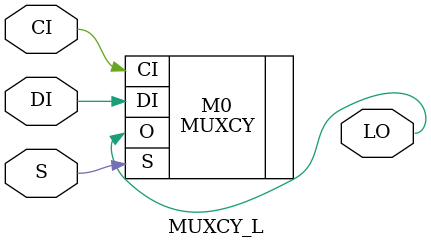
<source format=v>

`timescale  1 ps / 1 ps

module MUXCY_L (LO, CI, DI, S);

    output LO;

    input  CI, DI, S;

MUXCY M0 (
		 .O (LO),
		 .CI (CI),
		 .S (S),
		 .DI (DI));

endmodule

</source>
